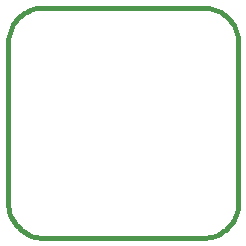
<source format=gbr>
G04 (created by PCBNEW-RS274X (2012-apr-16-27)-stable) date Sat 17 May 2014 12:29:47 BST*
G01*
G70*
G90*
%MOIN*%
G04 Gerber Fmt 3.4, Leading zero omitted, Abs format*
%FSLAX34Y34*%
G04 APERTURE LIST*
%ADD10C,0.006000*%
%ADD11C,0.015000*%
G04 APERTURE END LIST*
G54D10*
G54D11*
X21457Y-32637D02*
X26772Y-32637D01*
X20276Y-31456D02*
X20281Y-31558D01*
X20294Y-31661D01*
X20317Y-31761D01*
X20348Y-31859D01*
X20387Y-31955D01*
X20435Y-32046D01*
X20490Y-32133D01*
X20553Y-32215D01*
X20622Y-32291D01*
X20698Y-32360D01*
X20780Y-32423D01*
X20867Y-32478D01*
X20958Y-32526D01*
X21054Y-32565D01*
X21152Y-32596D01*
X21252Y-32619D01*
X21355Y-32632D01*
X21457Y-32637D01*
X20276Y-26102D02*
X20276Y-31456D01*
X21496Y-24961D02*
X21394Y-24962D01*
X21291Y-24972D01*
X21190Y-24991D01*
X21091Y-25019D01*
X20994Y-25055D01*
X20901Y-25100D01*
X20813Y-25152D01*
X20729Y-25212D01*
X20651Y-25279D01*
X20578Y-25353D01*
X20513Y-25432D01*
X20455Y-25517D01*
X20404Y-25607D01*
X20362Y-25701D01*
X20328Y-25798D01*
X20302Y-25898D01*
X20285Y-26000D01*
X20277Y-26102D01*
X26772Y-24960D02*
X21457Y-24960D01*
X27953Y-26141D02*
X27948Y-26039D01*
X27935Y-25936D01*
X27912Y-25836D01*
X27881Y-25738D01*
X27842Y-25642D01*
X27794Y-25551D01*
X27739Y-25464D01*
X27676Y-25382D01*
X27607Y-25306D01*
X27531Y-25237D01*
X27449Y-25174D01*
X27362Y-25119D01*
X27271Y-25071D01*
X27175Y-25032D01*
X27077Y-25001D01*
X26977Y-24978D01*
X26874Y-24965D01*
X26772Y-24960D01*
X27953Y-31456D02*
X27953Y-26141D01*
X26772Y-32637D02*
X26874Y-32632D01*
X26977Y-32619D01*
X27077Y-32596D01*
X27175Y-32565D01*
X27271Y-32526D01*
X27362Y-32478D01*
X27449Y-32423D01*
X27531Y-32360D01*
X27607Y-32291D01*
X27676Y-32215D01*
X27739Y-32133D01*
X27794Y-32046D01*
X27842Y-31955D01*
X27881Y-31859D01*
X27912Y-31761D01*
X27935Y-31661D01*
X27948Y-31558D01*
X27953Y-31456D01*
M02*

</source>
